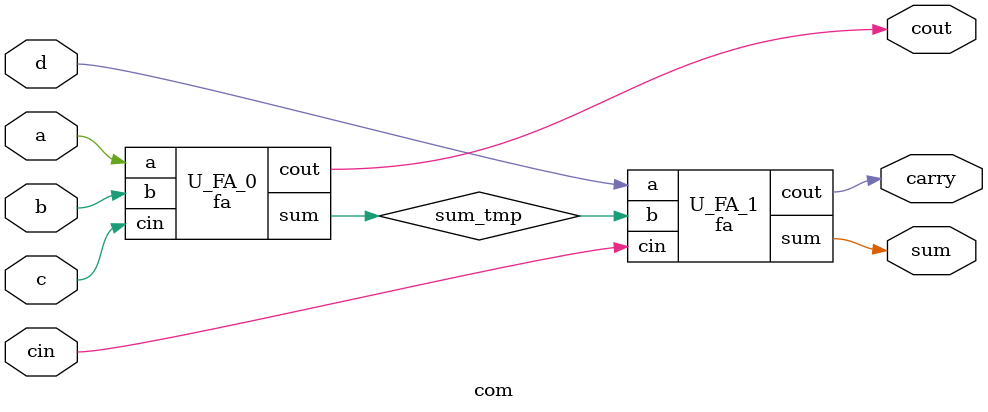
<source format=v>


module ha (
    input  a,
    input  b,
    output cout,
    output sum
);

`ifdef  ARITH_CELL
    ADDHX1 U0_ADDHX1(.A(a), .B(b), .CO(cout), .S(sum));
`elsif DEF_CELL
    XOR2X1 U0_XOR2X1(.A(a), .B(b), .Y(sum));
    AND2X1 U0_AND2X1(.A(a), .B(b), .Y(cout));
`else 
    assign {cout, sum} = a + b;
`endif

endmodule


module fa (
    input  a,
    input  b,
    input  cin,
    output cout,
    output sum
);

`ifdef ARITH_CELL
    ADDFX1 U0_ADDFX1(.A(a), .B(b), .CI(cin), .CO(cout), .S(sum));
`elsif DEF_CELL
    wire n1, n2, n3;
    XOR3X1 U0_XOR3X1(.A(a), .B(b), .C(cin), .Y(sum));
    XOR2X1 U0_XOR2X1(.A(a), .B(b), .Y(n1));
    AND2X1 U0_AND2X1(.A(n1), .B(cin), .Y(n2));
    AND2X1 U1_AND2X1(.A(a), .B(b), .Y(n3));
    OR2X1  U0_OR2X1 (.A(n2), .B(n3), .Y(cout));
`else
    assign {cout, sum} = a + b + cin;
`endif
    
endmodule



/*
*  42 compressor
*/
module com (
    input  a,
    input  b,
    input  c,
    input  d,
    input  cin,
    output cout,
    output carry,
    output sum
);

`ifdef ARITH_CELL
    CMPR42X1 U0_CMPR42(.A(a), .B(b), .C(c), .D(d), .ICI(cin), .ICO(cout), .CO(carry), .S(sum));
`elsif DEF_CELL
    wire n1, IS, n2;
    XOR2X1 U0_XOR2X1(.A(a), .B(b), .Y(n1));
    XOR2X1 U1_XOR2X1(.A(n1), .B(c), .Y(IS));
    XOR2X1 U2_XOR2X1(.A(IS), .B(d), .Y(n2));
    XOR2X1 U3_XOR2X1(.A(n2), .B(cin), .Y(sum));

    wire n3, n4, n5;
    AND2X1 U0_AND2X1(.A(a), .B(b), .Y(n3));
    AND2X1 U1_AND2X1(.A(a), .B(c), .Y(n4));
    AND2X1 U2_AND2X1(.A(b), .B(c), .Y(n5));
    OR3X1  U0_OR3X1 (.A(n3), .B(n4), .C(n5), .Y(cout));

    wire n6, n7, n8;
    AND2X1 U3_AND2X1(.A(IS), .B(d), .Y(n6));
    AND2X1 U4_AND2X1(.A(IS), .B(cin), .Y(n7));
    AND2X1 U5_AND2X1(.A(d), .B(cin), .Y(n8));
    OR3X1  U1_OR3X1 (.A(n6), .B(n7), .C(n8), .Y(carry));

`else
    wire sum_tmp;
    
    fa U_FA_0(
        .a                              ( a                             ),
        .b                              ( b                             ),
        .cin                            ( c                             ),
        .cout                           ( cout                          ),
        .sum                            ( sum_tmp                       )
    );
    
    fa U_FA_1(
        .a                              ( d                             ),
        .b                              ( sum_tmp                       ),
        .cin                            ( cin                           ),
        .cout                           ( carry                         ),
        .sum                            ( sum                           )
    );
`endif
    
endmodule





</source>
